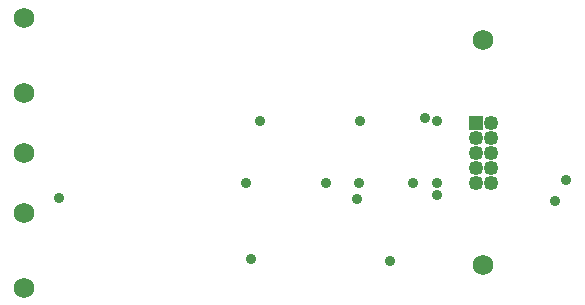
<source format=gbs>
G04 Layer_Color=16711935*
%FSLAX25Y25*%
%MOIN*%
G70*
G01*
G75*
%ADD41C,0.04934*%
%ADD42R,0.04737X0.04737*%
%ADD43C,0.06800*%
%ADD44C,0.03600*%
D41*
X371000Y345000D02*
D03*
X366000D02*
D03*
X371000Y350000D02*
D03*
X366000D02*
D03*
X371000Y355000D02*
D03*
X366000D02*
D03*
X371000Y360000D02*
D03*
X366000D02*
D03*
X371000Y365000D02*
D03*
D42*
X366000D02*
D03*
D43*
X215500Y310000D02*
D03*
Y375000D02*
D03*
Y335000D02*
D03*
Y400000D02*
D03*
X368500Y317500D02*
D03*
Y392500D02*
D03*
X215500Y355000D02*
D03*
D44*
X227050Y340000D02*
D03*
X337500Y319000D02*
D03*
X327500Y365500D02*
D03*
X294000D02*
D03*
X327000Y345000D02*
D03*
X316000D02*
D03*
X326500Y339500D02*
D03*
X345000Y345000D02*
D03*
X353000Y341000D02*
D03*
Y345000D02*
D03*
X349000Y366500D02*
D03*
X353000Y365500D02*
D03*
X392500Y339000D02*
D03*
X289500Y345000D02*
D03*
X396000Y346000D02*
D03*
X291000Y319500D02*
D03*
M02*

</source>
